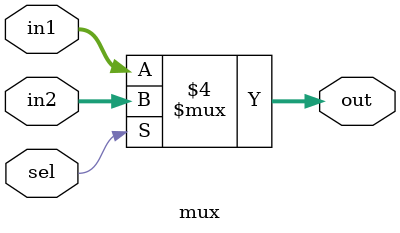
<source format=v>
module mux#(parameter bus_width = 32) (
    input wire  sel,
    input wire [bus_width-1:0] in1,in2,
    output reg [bus_width-1:0] out
);
always @(*) begin
    if(sel==0) begin
        out = in1;
    end
    else begin
        out = in2;
    end
end

endmodule
</source>
